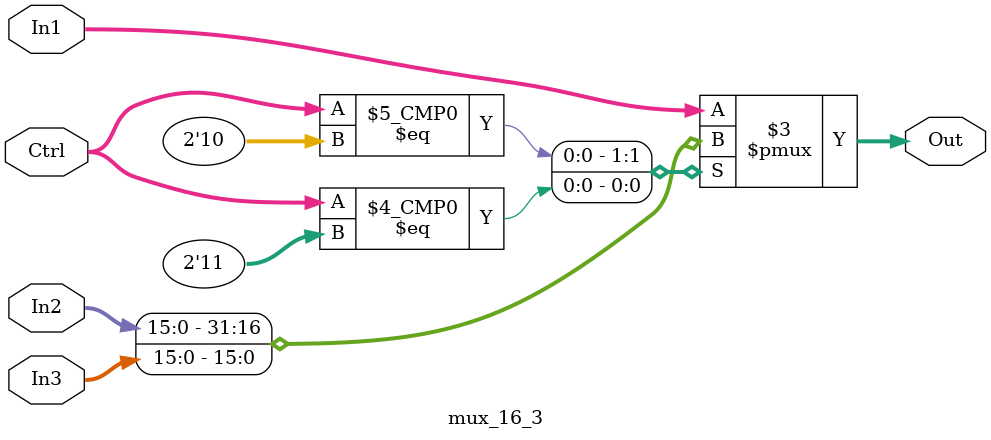
<source format=v>
module mux_16_3(
	input wire[15:0] In1,
	input wire[15:0] In2,
	input wire[15:0] In3,
	input wire[1:0] Ctrl,
	output reg[15:0] Out
	);
	always @(*) begin
		case (Ctrl)
			1: Out <= In1;
			2: Out <= In2;
			3: Out <= In3;
			default: Out <= In1;
		endcase
	end

endmodule

</source>
